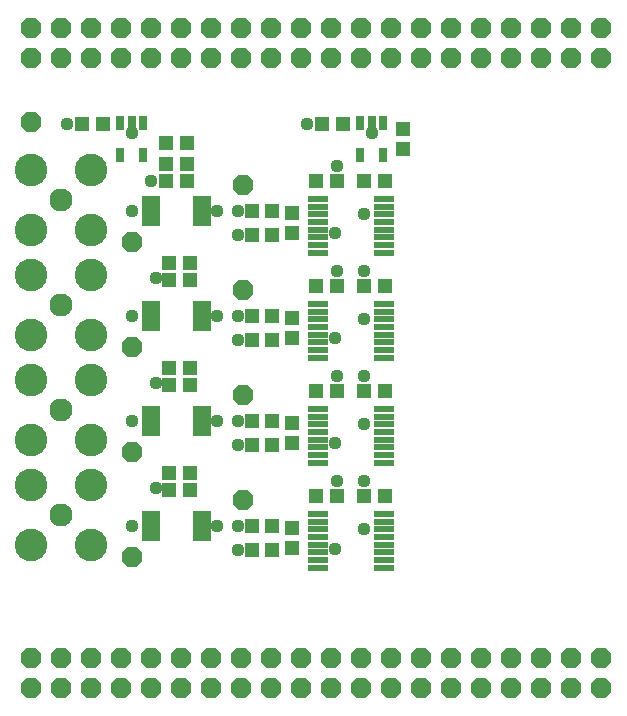
<source format=gts>
G75*
G70*
%OFA0B0*%
%FSLAX24Y24*%
%IPPOS*%
%LPD*%
%AMOC8*
5,1,8,0,0,1.08239X$1,22.5*
%
%ADD10R,0.0631X0.0190*%
%ADD11C,0.1085*%
%ADD12C,0.0770*%
%ADD13R,0.0474X0.0513*%
%ADD14OC8,0.0680*%
%ADD15R,0.0493X0.0505*%
%ADD16R,0.0710X0.0218*%
%ADD17R,0.0505X0.0493*%
%ADD18R,0.0297X0.0474*%
%ADD19C,0.0437*%
D10*
X006097Y006296D03*
X006097Y006493D03*
X006097Y006690D03*
X006097Y006887D03*
X006097Y007084D03*
X007783Y007084D03*
X007783Y006887D03*
X007783Y006690D03*
X007783Y006493D03*
X007783Y006296D03*
X007783Y009796D03*
X007783Y009993D03*
X007783Y010190D03*
X007783Y010387D03*
X007783Y010584D03*
X006097Y010584D03*
X006097Y010387D03*
X006097Y010190D03*
X006097Y009993D03*
X006097Y009796D03*
X006097Y013296D03*
X006097Y013493D03*
X006097Y013690D03*
X006097Y013887D03*
X006097Y014084D03*
X007783Y014084D03*
X007783Y013887D03*
X007783Y013690D03*
X007783Y013493D03*
X007783Y013296D03*
X007783Y016796D03*
X007783Y016993D03*
X007783Y017190D03*
X007783Y017387D03*
X007783Y017584D03*
X006097Y017584D03*
X006097Y017387D03*
X006097Y017190D03*
X006097Y016993D03*
X006097Y016796D03*
D11*
X004090Y016540D03*
X004090Y015040D03*
X004090Y013040D03*
X004090Y011540D03*
X002090Y011540D03*
X002090Y013040D03*
X002090Y015040D03*
X002090Y016540D03*
X002090Y018540D03*
X004090Y018540D03*
X004090Y009540D03*
X004090Y008040D03*
X004090Y006040D03*
X002090Y006040D03*
X002090Y008040D03*
X002090Y009540D03*
D12*
X003090Y010540D03*
X003090Y007040D03*
X003090Y014040D03*
X003090Y017540D03*
D13*
X009455Y017190D03*
X010125Y017190D03*
X010125Y016390D03*
X009455Y016390D03*
X009455Y013690D03*
X010125Y013690D03*
X010125Y012890D03*
X009455Y012890D03*
X009455Y010190D03*
X010125Y010190D03*
X010125Y009390D03*
X009455Y009390D03*
X009455Y006690D03*
X010125Y006690D03*
X010125Y005890D03*
X009455Y005890D03*
D14*
X002090Y001290D03*
X002090Y002290D03*
X003090Y002290D03*
X003090Y001290D03*
X004090Y001290D03*
X004090Y002290D03*
X005090Y002290D03*
X005090Y001290D03*
X006090Y001290D03*
X006090Y002290D03*
X007090Y002290D03*
X007090Y001290D03*
X008090Y001290D03*
X008090Y002290D03*
X009090Y002290D03*
X009090Y001290D03*
X010090Y001290D03*
X010090Y002290D03*
X011090Y002290D03*
X011090Y001290D03*
X012090Y001290D03*
X012090Y002290D03*
X013090Y002290D03*
X013090Y001290D03*
X014090Y001290D03*
X014090Y002290D03*
X015090Y002290D03*
X015090Y001290D03*
X016090Y001290D03*
X016090Y002290D03*
X017090Y002290D03*
X017090Y001290D03*
X018090Y001290D03*
X018090Y002290D03*
X019090Y002290D03*
X019090Y001290D03*
X020090Y001290D03*
X020090Y002290D03*
X021090Y002290D03*
X021090Y001290D03*
X009140Y007540D03*
X009140Y011040D03*
X009140Y014540D03*
X009140Y018040D03*
X005440Y016140D03*
X005440Y012640D03*
X005440Y009140D03*
X005440Y005640D03*
X002090Y020140D03*
X002090Y022290D03*
X002090Y023290D03*
X003090Y023290D03*
X003090Y022290D03*
X004090Y022290D03*
X004090Y023290D03*
X005090Y023290D03*
X005090Y022290D03*
X006090Y022290D03*
X006090Y023290D03*
X007090Y023290D03*
X007090Y022290D03*
X008090Y022290D03*
X008090Y023290D03*
X009090Y023290D03*
X009090Y022290D03*
X010090Y022290D03*
X010090Y023290D03*
X011090Y023290D03*
X011090Y022290D03*
X012090Y022290D03*
X012090Y023290D03*
X013090Y023290D03*
X013090Y022290D03*
X014090Y022290D03*
X014090Y023290D03*
X015090Y023290D03*
X015090Y022290D03*
X016090Y022290D03*
X016090Y023290D03*
X017090Y023290D03*
X017090Y022290D03*
X018090Y022290D03*
X018090Y023290D03*
X019090Y023290D03*
X019090Y022290D03*
X020090Y022290D03*
X020090Y023290D03*
X021090Y023290D03*
X021090Y022290D03*
D15*
X013884Y018190D03*
X013196Y018190D03*
X012284Y018190D03*
X011596Y018190D03*
X011796Y020090D03*
X012484Y020090D03*
X012284Y014690D03*
X011596Y014690D03*
X013196Y014690D03*
X013884Y014690D03*
X013884Y011190D03*
X013196Y011190D03*
X012284Y011190D03*
X011596Y011190D03*
X011596Y007690D03*
X012284Y007690D03*
X013196Y007690D03*
X013884Y007690D03*
X007384Y007890D03*
X007384Y008440D03*
X006696Y008440D03*
X006696Y007890D03*
X006696Y011390D03*
X006696Y011940D03*
X007384Y011940D03*
X007384Y011390D03*
X007384Y014890D03*
X007384Y015440D03*
X006696Y015440D03*
X006696Y014890D03*
X006596Y018190D03*
X006596Y018740D03*
X007284Y018740D03*
X007284Y018190D03*
X007284Y019440D03*
X006596Y019440D03*
X004484Y020090D03*
X003796Y020090D03*
D16*
X011638Y017586D03*
X011638Y017330D03*
X011638Y017074D03*
X011638Y016818D03*
X011638Y016562D03*
X011638Y016306D03*
X011638Y016050D03*
X011638Y015794D03*
X011638Y014086D03*
X011638Y013830D03*
X011638Y013574D03*
X011638Y013318D03*
X011638Y013062D03*
X011638Y012806D03*
X011638Y012550D03*
X011638Y012294D03*
X011638Y010586D03*
X011638Y010330D03*
X011638Y010074D03*
X011638Y009818D03*
X011638Y009562D03*
X011638Y009306D03*
X011638Y009050D03*
X011638Y008794D03*
X011638Y007086D03*
X011638Y006830D03*
X011638Y006574D03*
X011638Y006318D03*
X011638Y006062D03*
X011638Y005806D03*
X011638Y005550D03*
X011638Y005294D03*
X013842Y005294D03*
X013842Y005550D03*
X013842Y005806D03*
X013842Y006062D03*
X013842Y006318D03*
X013842Y006574D03*
X013842Y006830D03*
X013842Y007086D03*
X013842Y008794D03*
X013842Y009050D03*
X013842Y009306D03*
X013842Y009562D03*
X013842Y009818D03*
X013842Y010074D03*
X013842Y010330D03*
X013842Y010586D03*
X013842Y012294D03*
X013842Y012550D03*
X013842Y012806D03*
X013842Y013062D03*
X013842Y013318D03*
X013842Y013574D03*
X013842Y013830D03*
X013842Y014086D03*
X013842Y015794D03*
X013842Y016050D03*
X013842Y016306D03*
X013842Y016562D03*
X013842Y016818D03*
X013842Y017074D03*
X013842Y017330D03*
X013842Y017586D03*
D17*
X014490Y019246D03*
X014490Y019934D03*
X010790Y017134D03*
X010790Y016446D03*
X010790Y013634D03*
X010790Y012946D03*
X010790Y010134D03*
X010790Y009446D03*
X010790Y006634D03*
X010790Y005946D03*
D18*
X013066Y019059D03*
X013814Y019059D03*
X013814Y020121D03*
X013440Y020121D03*
X013066Y020121D03*
X005814Y020121D03*
X005440Y020121D03*
X005066Y020121D03*
X005066Y019059D03*
X005814Y019059D03*
D19*
X005440Y019790D03*
X006090Y018190D03*
X005440Y017190D03*
X006240Y014940D03*
X005440Y013690D03*
X006240Y011440D03*
X005440Y010190D03*
X006240Y007940D03*
X005440Y006690D03*
X008290Y006690D03*
X008990Y006690D03*
X008990Y005890D03*
X012204Y005936D03*
X013190Y006590D03*
X013190Y008190D03*
X012290Y008190D03*
X012204Y009440D03*
X013190Y010090D03*
X013190Y011690D03*
X012290Y011690D03*
X012204Y012944D03*
X013190Y013590D03*
X013190Y015190D03*
X012290Y015190D03*
X012204Y016447D03*
X013190Y017090D03*
X012290Y018690D03*
X013440Y019790D03*
X011290Y020090D03*
X008990Y017190D03*
X008290Y017190D03*
X008990Y016390D03*
X008990Y013690D03*
X008290Y013690D03*
X008990Y012890D03*
X008990Y010190D03*
X008290Y010190D03*
X008990Y009390D03*
X003290Y020090D03*
M02*

</source>
